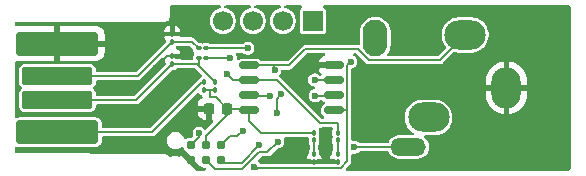
<source format=gbr>
%TF.GenerationSoftware,KiCad,Pcbnew,9.0.6*%
%TF.CreationDate,2025-12-12T23:19:34-08:00*%
%TF.ProjectId,iambic-controller-board,69616d62-6963-42d6-936f-6e74726f6c6c,1.0*%
%TF.SameCoordinates,Original*%
%TF.FileFunction,Copper,L1,Top*%
%TF.FilePolarity,Positive*%
%FSLAX46Y46*%
G04 Gerber Fmt 4.6, Leading zero omitted, Abs format (unit mm)*
G04 Created by KiCad (PCBNEW 9.0.6) date 2025-12-12 23:19:34*
%MOMM*%
%LPD*%
G01*
G04 APERTURE LIST*
G04 Aperture macros list*
%AMRoundRect*
0 Rectangle with rounded corners*
0 $1 Rounding radius*
0 $2 $3 $4 $5 $6 $7 $8 $9 X,Y pos of 4 corners*
0 Add a 4 corners polygon primitive as box body*
4,1,4,$2,$3,$4,$5,$6,$7,$8,$9,$2,$3,0*
0 Add four circle primitives for the rounded corners*
1,1,$1+$1,$2,$3*
1,1,$1+$1,$4,$5*
1,1,$1+$1,$6,$7*
1,1,$1+$1,$8,$9*
0 Add four rect primitives between the rounded corners*
20,1,$1+$1,$2,$3,$4,$5,0*
20,1,$1+$1,$4,$5,$6,$7,0*
20,1,$1+$1,$6,$7,$8,$9,0*
20,1,$1+$1,$8,$9,$2,$3,0*%
G04 Aperture macros list end*
%TA.AperFunction,ComponentPad*%
%ADD10O,3.000000X1.500000*%
%TD*%
%TA.AperFunction,ComponentPad*%
%ADD11O,3.500000X2.500000*%
%TD*%
%TA.AperFunction,ComponentPad*%
%ADD12O,2.500000X3.500000*%
%TD*%
%TA.AperFunction,ComponentPad*%
%ADD13O,2.100000X3.100000*%
%TD*%
%TA.AperFunction,SMDPad,CuDef*%
%ADD14RoundRect,0.225000X-0.225000X-0.250000X0.225000X-0.250000X0.225000X0.250000X-0.225000X0.250000X0*%
%TD*%
%TA.AperFunction,SMDPad,CuDef*%
%ADD15RoundRect,0.162500X0.650000X0.162500X-0.650000X0.162500X-0.650000X-0.162500X0.650000X-0.162500X0*%
%TD*%
%TA.AperFunction,SMDPad,CuDef*%
%ADD16RoundRect,0.100000X0.100000X-0.130000X0.100000X0.130000X-0.100000X0.130000X-0.100000X-0.130000X0*%
%TD*%
%TA.AperFunction,SMDPad,CuDef*%
%ADD17RoundRect,0.100000X-0.100000X0.130000X-0.100000X-0.130000X0.100000X-0.130000X0.100000X0.130000X0*%
%TD*%
%TA.AperFunction,SMDPad,CuDef*%
%ADD18RoundRect,0.100000X-0.130000X-0.100000X0.130000X-0.100000X0.130000X0.100000X-0.130000X0.100000X0*%
%TD*%
%TA.AperFunction,ComponentPad*%
%ADD19R,1.700000X1.700000*%
%TD*%
%TA.AperFunction,ComponentPad*%
%ADD20C,1.700000*%
%TD*%
%TA.AperFunction,ConnectorPad*%
%ADD21C,0.787400*%
%TD*%
%TA.AperFunction,SMDPad,CuDef*%
%ADD22RoundRect,0.300000X-3.200000X-0.700000X3.200000X-0.700000X3.200000X0.700000X-3.200000X0.700000X0*%
%TD*%
%TA.AperFunction,SMDPad,CuDef*%
%ADD23RoundRect,0.225000X-2.775000X-0.525000X2.775000X-0.525000X2.775000X0.525000X-2.775000X0.525000X0*%
%TD*%
%TA.AperFunction,ViaPad*%
%ADD24C,0.600000*%
%TD*%
%TA.AperFunction,Conductor*%
%ADD25C,0.200000*%
%TD*%
G04 APERTURE END LIST*
D10*
%TO.P,J2,R*%
%TO.N,/AUDIO_RING*%
X165700000Y-105000000D03*
D11*
%TO.P,J2,RN*%
%TO.N,N/C*%
X167400000Y-102500000D03*
D12*
%TO.P,J2,S*%
%TO.N,GND*%
X174000000Y-100000000D03*
D11*
%TO.P,J2,T*%
%TO.N,/AUDIO_TIP*%
X170500000Y-95500000D03*
D13*
%TO.P,J2,TN*%
%TO.N,N/C*%
X162900000Y-95800000D03*
%TD*%
D14*
%TO.P,C5,2*%
%TO.N,VCC5V*%
X150350000Y-101750000D03*
%TO.P,C5,1*%
%TO.N,GND*%
X148800000Y-101750000D03*
%TD*%
D15*
%TO.P,U2,8,VCC*%
%TO.N,VCC5V*%
X152225000Y-101905000D03*
%TO.P,U2,7,PB2*%
%TO.N,/AUDIO_RING*%
X152225000Y-100635000D03*
%TO.P,U2,6,PB1*%
%TO.N,/MISO*%
X152225000Y-99365000D03*
%TO.P,U2,5,AREF/PB0*%
%TO.N,/AUDIO_TIP*%
X152225000Y-98095000D03*
%TO.P,U2,4,GND*%
%TO.N,GND*%
X159400000Y-98095000D03*
%TO.P,U2,3,XTAL2/PB4*%
%TO.N,/USB_DP*%
X159400000Y-99365000D03*
%TO.P,U2,2,XTAL1/PB3*%
%TO.N,/USB_DN*%
X159400000Y-100635000D03*
%TO.P,U2,1,~{RESET}/PB5*%
%TO.N,/RESET*%
X159400000Y-101905000D03*
%TD*%
D16*
%TO.P,D4,1,K*%
%TO.N,Net-(D4-K)*%
X157700000Y-104445000D03*
%TO.P,D4,2,A*%
%TO.N,VCC5V*%
X157700000Y-103805000D03*
%TD*%
D17*
%TO.P,R4,2*%
%TO.N,GND*%
X157700000Y-106245000D03*
%TO.P,R4,1*%
%TO.N,Net-(D4-K)*%
X157700000Y-105605000D03*
%TD*%
D18*
%TO.P,R3,1*%
%TO.N,Net-(D2-K)*%
X147930000Y-96650000D03*
%TO.P,R3,2*%
%TO.N,/USB_DP*%
X148570000Y-96650000D03*
%TD*%
D16*
%TO.P,D3,1,K*%
%TO.N,Net-(D3-K)*%
X145700000Y-97970000D03*
%TO.P,D3,2,A*%
%TO.N,GND*%
X145700000Y-97330000D03*
%TD*%
%TO.P,D5,1,K*%
%TO.N,Net-(D5-K)*%
X159700000Y-104445000D03*
%TO.P,D5,2,A*%
%TO.N,/MISO*%
X159700000Y-103805000D03*
%TD*%
D17*
%TO.P,R5,1*%
%TO.N,Net-(D5-K)*%
X159700000Y-105605000D03*
%TO.P,R5,2*%
%TO.N,GND*%
X159700000Y-106245000D03*
%TD*%
D18*
%TO.P,R2,1*%
%TO.N,Net-(D3-K)*%
X147930000Y-97475000D03*
%TO.P,R2,2*%
%TO.N,/USB_DN*%
X148570000Y-97475000D03*
%TD*%
D16*
%TO.P,R1,1*%
%TO.N,VCC5V*%
X149350000Y-100175000D03*
%TO.P,R1,2*%
%TO.N,Net-(D3-K)*%
X149350000Y-99535000D03*
%TD*%
D19*
%TO.P,J1,1,Pin_1*%
%TO.N,/RESET*%
X157600000Y-94325000D03*
D20*
%TO.P,J1,2,Pin_2*%
%TO.N,/USB_DP*%
X155060000Y-94325000D03*
%TO.P,J1,3,Pin_3*%
%TO.N,/USB_DN*%
X152520000Y-94325000D03*
%TO.P,J1,4,Pin_4*%
%TO.N,/MISO*%
X149980000Y-94325000D03*
%TD*%
D16*
%TO.P,D2,1,K*%
%TO.N,Net-(D2-K)*%
X145700000Y-96070000D03*
%TO.P,D2,2,A*%
%TO.N,GND*%
X145700000Y-95430000D03*
%TD*%
%TO.P,D1,1,K*%
%TO.N,VCC5V*%
X148400000Y-100165000D03*
%TO.P,D1,2,A*%
%TO.N,Net-(D1-A)*%
X148400000Y-99525000D03*
%TD*%
D21*
%TO.P,J3,6,Pin_6*%
%TO.N,GND*%
X147255000Y-106110000D03*
%TO.P,J3,5,Pin_5*%
%TO.N,/RESET*%
X147255000Y-104840000D03*
%TO.P,J3,4,Pin_4*%
%TO.N,/AUDIO_TIP*%
X148525000Y-106110000D03*
%TO.P,J3,3,Pin_3*%
%TO.N,VCC5V*%
X148525000Y-104840000D03*
%TO.P,J3,2,Pin_2*%
%TO.N,/AUDIO_RING*%
X149795000Y-106110000D03*
%TO.P,J3,1,Pin_1*%
%TO.N,/MISO*%
X149795000Y-104840000D03*
%TD*%
D22*
%TO.P,U1,4,GND*%
%TO.N,GND*%
X135975000Y-96250000D03*
D23*
%TO.P,U1,3,D+*%
%TO.N,Net-(D2-K)*%
X135975000Y-99000000D03*
%TO.P,U1,2,D-*%
%TO.N,Net-(D3-K)*%
X135975000Y-101000000D03*
D22*
%TO.P,U1,1,VBUS*%
%TO.N,Net-(D1-A)*%
X135975000Y-103750000D03*
%TD*%
D24*
%TO.N,GND*%
X146450000Y-102375000D03*
%TO.N,/AUDIO_TIP*%
X154552378Y-102097622D03*
X154927378Y-100522622D03*
X154375000Y-98500000D03*
X154650000Y-104550000D03*
%TO.N,GND*%
X156975000Y-106183500D03*
%TO.N,/AUDIO_RING*%
X153025000Y-104870000D03*
%TO.N,GND*%
X158000000Y-98100000D03*
%TO.N,/AUDIO_RING*%
X161105000Y-105025000D03*
%TO.N,/RESET*%
X160825000Y-97775000D03*
%TO.N,GND*%
X144300000Y-98350000D03*
X144300000Y-96275000D03*
%TO.N,/RESET*%
X152650000Y-106700000D03*
X147975000Y-103850000D03*
%TO.N,/AUDIO_RING*%
X153950000Y-100675000D03*
%TO.N,/MISO*%
X151650000Y-103675000D03*
X150325000Y-98850000D03*
%TO.N,/USB_DN*%
X157825000Y-100650000D03*
X150600000Y-97425000D03*
%TO.N,/USB_DP*%
X157750000Y-99325000D03*
X152100000Y-96650000D03*
%TD*%
D25*
%TO.N,/AUDIO_TIP*%
X156975000Y-96700000D02*
X161417682Y-96700000D01*
X161417682Y-96700000D02*
X162348682Y-97631000D01*
X162348682Y-97631000D02*
X168369000Y-97631000D01*
X168369000Y-97631000D02*
X170500000Y-95500000D01*
%TO.N,VCC5V*%
X148525000Y-104840000D02*
X148530000Y-104835000D01*
X148530000Y-104835000D02*
X148530000Y-104070000D01*
X148530000Y-104070000D02*
X150350000Y-102250000D01*
X150350000Y-102250000D02*
X150350000Y-101750000D01*
X152225000Y-102825000D02*
X153205000Y-103805000D01*
X153205000Y-103805000D02*
X153345000Y-103805000D01*
%TO.N,GND*%
X144300000Y-98350000D02*
X144850000Y-97800000D01*
X144850000Y-97775000D02*
X145295000Y-97330000D01*
X144850000Y-97800000D02*
X144850000Y-97775000D01*
X145295000Y-97330000D02*
X145700000Y-97330000D01*
X145138700Y-103686300D02*
X146450000Y-102375000D01*
%TO.N,VCC5V*%
X152225000Y-101905000D02*
X152225000Y-102825000D01*
%TO.N,GND*%
X145700000Y-95430000D02*
X145145000Y-95430000D01*
X145145000Y-95430000D02*
X144300000Y-96275000D01*
X144300000Y-96275000D02*
X139950000Y-96275000D01*
X139925000Y-96250000D02*
X135975000Y-96250000D01*
X144300000Y-96275000D02*
X144300000Y-96185000D01*
X139950000Y-96275000D02*
X139925000Y-96250000D01*
%TO.N,/AUDIO_TIP*%
X148525000Y-106110000D02*
X149314000Y-106899000D01*
X154552378Y-102097622D02*
X154552378Y-100897622D01*
X154350000Y-98095000D02*
X152225000Y-98095000D01*
X154375000Y-98500000D02*
X154350000Y-98475000D01*
X154552378Y-100897622D02*
X154927378Y-100522622D01*
X151629341Y-106899000D02*
X153077341Y-105451000D01*
X153077341Y-105451000D02*
X153749000Y-105451000D01*
X153749000Y-105451000D02*
X154650000Y-104550000D01*
X149314000Y-106899000D02*
X151629341Y-106899000D01*
X154350000Y-98475000D02*
X154350000Y-98095000D01*
%TO.N,/AUDIO_RING*%
X153025000Y-104870000D02*
X151573700Y-106321300D01*
X151573700Y-106321300D02*
X150006300Y-106321300D01*
X150006300Y-106321300D02*
X149795000Y-106110000D01*
%TO.N,GND*%
X157044000Y-106252500D02*
X156975000Y-106183500D01*
%TO.N,/MISO*%
X151650000Y-103675000D02*
X151225000Y-104100000D01*
X151225000Y-104100000D02*
X150600000Y-104100000D01*
X150600000Y-104100000D02*
X149860000Y-104840000D01*
X149860000Y-104840000D02*
X149795000Y-104840000D01*
%TO.N,GND*%
X159400000Y-98095000D02*
X158005000Y-98095000D01*
X158005000Y-98095000D02*
X158000000Y-98100000D01*
%TO.N,/AUDIO_RING*%
X161130000Y-105000000D02*
X161105000Y-105025000D01*
X165700000Y-105000000D02*
X161130000Y-105000000D01*
%TO.N,/RESET*%
X160525000Y-98075000D02*
X160525000Y-101900000D01*
X159400000Y-101905000D02*
X160520000Y-101905000D01*
X160520000Y-101905000D02*
X160525000Y-101900000D01*
X160525000Y-106191586D02*
X159953086Y-106763500D01*
X159953086Y-106763500D02*
X152713500Y-106763500D01*
X160825000Y-97775000D02*
X160525000Y-98075000D01*
X160525000Y-101900000D02*
X160525000Y-106191586D01*
X152713500Y-106763500D02*
X152650000Y-106700000D01*
%TO.N,GND*%
X148800000Y-101750000D02*
X147075000Y-101750000D01*
X147075000Y-101750000D02*
X146450000Y-102375000D01*
X147255000Y-106110000D02*
X146450300Y-105305300D01*
X146450300Y-105305300D02*
X145634451Y-105305300D01*
X145138700Y-104809549D02*
X145138700Y-103686300D01*
X145634451Y-105305300D02*
X145138700Y-104809549D01*
%TO.N,/RESET*%
X152849000Y-106899000D02*
X152650000Y-106700000D01*
X147975000Y-103850000D02*
X147975000Y-104120000D01*
X147975000Y-104120000D02*
X147255000Y-104840000D01*
%TO.N,GND*%
X157707500Y-106237500D02*
X157700000Y-106245000D01*
%TO.N,Net-(D4-K)*%
X157700000Y-104445000D02*
X157700000Y-105605000D01*
%TO.N,Net-(D5-K)*%
X159700000Y-104445000D02*
X159700000Y-105605000D01*
%TO.N,/AUDIO_RING*%
X153950000Y-100675000D02*
X152265000Y-100675000D01*
X152265000Y-100675000D02*
X152225000Y-100635000D01*
%TO.N,/AUDIO_TIP*%
X156975000Y-96700000D02*
X155580000Y-98095000D01*
X155580000Y-98095000D02*
X154350000Y-98095000D01*
%TO.N,/MISO*%
X158250000Y-102975000D02*
X159700000Y-102975000D01*
X158225000Y-103000000D02*
X158250000Y-102975000D01*
X152225000Y-99365000D02*
X154590000Y-99365000D01*
X154590000Y-99365000D02*
X158225000Y-103000000D01*
X159700000Y-102975000D02*
X159700000Y-103805000D01*
X150325000Y-98850000D02*
X150840000Y-99365000D01*
X150840000Y-99365000D02*
X152225000Y-99365000D01*
%TO.N,/USB_DN*%
X148570000Y-97475000D02*
X150550000Y-97475000D01*
X157825000Y-100650000D02*
X159385000Y-100650000D01*
X150550000Y-97475000D02*
X150600000Y-97425000D01*
X159385000Y-100650000D02*
X159400000Y-100635000D01*
%TO.N,/USB_DP*%
X148570000Y-96650000D02*
X152100000Y-96650000D01*
X157750000Y-99325000D02*
X159360000Y-99325000D01*
X159360000Y-99325000D02*
X159400000Y-99365000D01*
%TO.N,Net-(D2-K)*%
X145700000Y-96070000D02*
X147350000Y-96070000D01*
X147350000Y-96070000D02*
X147930000Y-96650000D01*
%TO.N,Net-(D3-K)*%
X149350000Y-99535000D02*
X147930000Y-98115000D01*
X147930000Y-98115000D02*
X147930000Y-97475000D01*
%TO.N,Net-(D2-K)*%
X135975000Y-99000000D02*
X142770000Y-99000000D01*
X142770000Y-99000000D02*
X145700000Y-96070000D01*
%TO.N,Net-(D3-K)*%
X135975000Y-101000000D02*
X142670000Y-101000000D01*
X142670000Y-101000000D02*
X145700000Y-97970000D01*
%TO.N,VCC5V*%
X150350000Y-101750000D02*
X152070000Y-101750000D01*
X152070000Y-101750000D02*
X152225000Y-101905000D01*
X148875000Y-100165000D02*
X148875000Y-100800000D01*
X148400000Y-100165000D02*
X148875000Y-100165000D01*
X148875000Y-100800000D02*
X149400000Y-100800000D01*
X149400000Y-100800000D02*
X150350000Y-101750000D01*
X148875000Y-100165000D02*
X149340000Y-100165000D01*
X149340000Y-100165000D02*
X149350000Y-100175000D01*
%TO.N,Net-(D1-A)*%
X135975000Y-103750000D02*
X143975001Y-103750000D01*
X143975001Y-103750000D02*
X148200001Y-99525000D01*
X148200001Y-99525000D02*
X148400000Y-99525000D01*
%TO.N,Net-(D3-K)*%
X147785000Y-97970000D02*
X145700000Y-97970000D01*
X147930000Y-98115000D02*
X147785000Y-97970000D01*
%TO.N,VCC5V*%
X153345000Y-103805000D02*
X157700000Y-103805000D01*
X153337500Y-103812500D02*
X153345000Y-103805000D01*
%TO.N,GND*%
X157700000Y-106245000D02*
X159700000Y-106245000D01*
X157036500Y-106245000D02*
X156975000Y-106183500D01*
X157700000Y-106245000D02*
X157036500Y-106245000D01*
%TD*%
%TA.AperFunction,Conductor*%
%TO.N,GND*%
G36*
X147923264Y-100399931D02*
G01*
X147979197Y-100441803D01*
X147991328Y-100461648D01*
X148010802Y-100501483D01*
X148010803Y-100501485D01*
X148093514Y-100584196D01*
X148093515Y-100584196D01*
X148093517Y-100584198D01*
X148198607Y-100635573D01*
X148198608Y-100635573D01*
X148202041Y-100636634D01*
X148205593Y-100638988D01*
X148207258Y-100639802D01*
X148207151Y-100640020D01*
X148260282Y-100675231D01*
X148288411Y-100739188D01*
X148277496Y-100808200D01*
X148231003Y-100860356D01*
X148230535Y-100860646D01*
X148122268Y-100927426D01*
X148002427Y-101047267D01*
X148002424Y-101047271D01*
X147913457Y-101191507D01*
X147913452Y-101191518D01*
X147860144Y-101352393D01*
X147850000Y-101451677D01*
X147850000Y-101500000D01*
X148676000Y-101500000D01*
X148743039Y-101519685D01*
X148788794Y-101572489D01*
X148800000Y-101624000D01*
X148800000Y-101750000D01*
X148926000Y-101750000D01*
X148993039Y-101769685D01*
X149038794Y-101822489D01*
X149050000Y-101874000D01*
X149050000Y-102724999D01*
X149073305Y-102724999D01*
X149073835Y-102724972D01*
X149073948Y-102724999D01*
X149076470Y-102724999D01*
X149076470Y-102725602D01*
X149141789Y-102741222D01*
X149190171Y-102791630D01*
X149203619Y-102860194D01*
X149177864Y-102925143D01*
X149167823Y-102936493D01*
X148591601Y-103512715D01*
X148530278Y-103546200D01*
X148460586Y-103541216D01*
X148416239Y-103512715D01*
X148313017Y-103409493D01*
X148313011Y-103409488D01*
X148187488Y-103337017D01*
X148187489Y-103337017D01*
X148150146Y-103327011D01*
X148047475Y-103299500D01*
X147902525Y-103299500D01*
X147799854Y-103327011D01*
X147762511Y-103337017D01*
X147636988Y-103409488D01*
X147636982Y-103409493D01*
X147534493Y-103511982D01*
X147534488Y-103511988D01*
X147462017Y-103637511D01*
X147462016Y-103637515D01*
X147424500Y-103777525D01*
X147424500Y-103922475D01*
X147455025Y-104036393D01*
X147456227Y-104040879D01*
X147454564Y-104110729D01*
X147415402Y-104168592D01*
X147351173Y-104196096D01*
X147324301Y-104196376D01*
X147318451Y-104195800D01*
X147318448Y-104195800D01*
X147191552Y-104195800D01*
X147191547Y-104195800D01*
X147067101Y-104220554D01*
X147067089Y-104220557D01*
X146949860Y-104269115D01*
X146889880Y-104309192D01*
X146823202Y-104330069D01*
X146755822Y-104311584D01*
X146709133Y-104259605D01*
X146702327Y-104242077D01*
X146702141Y-104241465D01*
X146702140Y-104241458D01*
X146654685Y-104126892D01*
X146645921Y-104105733D01*
X146645916Y-104105724D01*
X146564301Y-103983580D01*
X146564298Y-103983576D01*
X146460423Y-103879701D01*
X146460419Y-103879698D01*
X146338275Y-103798083D01*
X146338266Y-103798078D01*
X146227611Y-103752244D01*
X146202542Y-103741860D01*
X146202538Y-103741859D01*
X146202534Y-103741858D01*
X146058459Y-103713200D01*
X146058455Y-103713200D01*
X145911545Y-103713200D01*
X145911540Y-103713200D01*
X145767465Y-103741858D01*
X145767455Y-103741861D01*
X145631733Y-103798078D01*
X145631724Y-103798083D01*
X145509580Y-103879698D01*
X145509576Y-103879701D01*
X145405701Y-103983576D01*
X145405698Y-103983580D01*
X145324083Y-104105724D01*
X145324078Y-104105733D01*
X145267861Y-104241455D01*
X145267858Y-104241465D01*
X145239200Y-104385540D01*
X145239200Y-104532459D01*
X145267858Y-104676534D01*
X145267861Y-104676544D01*
X145324078Y-104812266D01*
X145324083Y-104812275D01*
X145405698Y-104934419D01*
X145405701Y-104934423D01*
X145509576Y-105038298D01*
X145509580Y-105038301D01*
X145631724Y-105119916D01*
X145631730Y-105119919D01*
X145631731Y-105119920D01*
X145767458Y-105176140D01*
X145911540Y-105204799D01*
X145911544Y-105204800D01*
X145911545Y-105204800D01*
X146058456Y-105204800D01*
X146058457Y-105204799D01*
X146202542Y-105176140D01*
X146338269Y-105119920D01*
X146460420Y-105038301D01*
X146460423Y-105038298D01*
X146465091Y-105034468D01*
X146529400Y-105007152D01*
X146598268Y-105018941D01*
X146649829Y-105066091D01*
X146658320Y-105082865D01*
X146684117Y-105145144D01*
X146754613Y-105250649D01*
X146754619Y-105250657D01*
X146781627Y-105277665D01*
X146788133Y-105289580D01*
X147218681Y-105720127D01*
X147252166Y-105781450D01*
X147255000Y-105807808D01*
X147255000Y-106110000D01*
X147557192Y-106110000D01*
X147624231Y-106129685D01*
X147644873Y-106146319D01*
X148067465Y-106568912D01*
X148087333Y-106583371D01*
X148114342Y-106610380D01*
X148114350Y-106610386D01*
X148219855Y-106680882D01*
X148219858Y-106680884D01*
X148337089Y-106729442D01*
X148337094Y-106729444D01*
X148393580Y-106740679D01*
X148459956Y-106753883D01*
X148521867Y-106786268D01*
X148556441Y-106846983D01*
X148552702Y-106916753D01*
X148511836Y-106973425D01*
X148446818Y-106999006D01*
X148435765Y-106999500D01*
X147813993Y-106999500D01*
X147746954Y-106979815D01*
X147701199Y-106927011D01*
X147697747Y-106906301D01*
X146469064Y-105677618D01*
X146463013Y-105686675D01*
X146441496Y-105738622D01*
X146397654Y-105793025D01*
X146331360Y-105815089D01*
X146279483Y-105805729D01*
X146202548Y-105773862D01*
X146202544Y-105773860D01*
X146202542Y-105773860D01*
X146202538Y-105773859D01*
X146202534Y-105773858D01*
X146058459Y-105745200D01*
X146058455Y-105745200D01*
X145911545Y-105745200D01*
X145911540Y-105745200D01*
X145767465Y-105773858D01*
X145767455Y-105773861D01*
X145631733Y-105830078D01*
X145631719Y-105830086D01*
X145590789Y-105857435D01*
X145578804Y-105861187D01*
X145568999Y-105869040D01*
X145546089Y-105871431D01*
X145524112Y-105878313D01*
X145511999Y-105874989D01*
X145499507Y-105876294D01*
X145478943Y-105865921D01*
X145456732Y-105859828D01*
X145446842Y-105849728D01*
X145437124Y-105844827D01*
X145416948Y-105819203D01*
X145415063Y-105817278D01*
X145414553Y-105816413D01*
X145402834Y-105795752D01*
X145401705Y-105794606D01*
X145400774Y-105793025D01*
X145400572Y-105792758D01*
X145355608Y-105747794D01*
X145354941Y-105747122D01*
X145310364Y-105701859D01*
X145308517Y-105700419D01*
X145308516Y-105700418D01*
X145307411Y-105699556D01*
X145252342Y-105667762D01*
X145251525Y-105667286D01*
X145201312Y-105637782D01*
X145196741Y-105635096D01*
X145196740Y-105635095D01*
X145196739Y-105635095D01*
X145194546Y-105634167D01*
X145194545Y-105634166D01*
X145193290Y-105633635D01*
X145131821Y-105617163D01*
X145131821Y-105617164D01*
X145131284Y-105617020D01*
X145069711Y-105600018D01*
X145067773Y-105600003D01*
X145065896Y-105599500D01*
X145065892Y-105599500D01*
X145002276Y-105599500D01*
X145001329Y-105599496D01*
X132523553Y-105504245D01*
X132456666Y-105484050D01*
X132411316Y-105430898D01*
X132400500Y-105380249D01*
X132400500Y-105076268D01*
X132420185Y-105009229D01*
X132472989Y-104963474D01*
X132542147Y-104953530D01*
X132569986Y-104960912D01*
X132643436Y-104989877D01*
X132731898Y-105000500D01*
X132731903Y-105000500D01*
X139218097Y-105000500D01*
X139218102Y-105000500D01*
X139306564Y-104989877D01*
X139447342Y-104934361D01*
X139567922Y-104842922D01*
X139659361Y-104722342D01*
X139714877Y-104581564D01*
X139725500Y-104493102D01*
X139725500Y-104224500D01*
X139745185Y-104157461D01*
X139797989Y-104111706D01*
X139849500Y-104100500D01*
X144021143Y-104100500D01*
X144021145Y-104100500D01*
X144110289Y-104076614D01*
X144190213Y-104030470D01*
X146172360Y-102048322D01*
X147850001Y-102048322D01*
X147860144Y-102147607D01*
X147913452Y-102308481D01*
X147913457Y-102308492D01*
X148002424Y-102452728D01*
X148002427Y-102452732D01*
X148122267Y-102572572D01*
X148122271Y-102572575D01*
X148266507Y-102661542D01*
X148266518Y-102661547D01*
X148427393Y-102714855D01*
X148526683Y-102724999D01*
X148550000Y-102724998D01*
X148550000Y-102000000D01*
X147850001Y-102000000D01*
X147850001Y-102048322D01*
X146172360Y-102048322D01*
X147792251Y-100428430D01*
X147853572Y-100394947D01*
X147923264Y-100399931D01*
G37*
%TD.AperFunction*%
%TA.AperFunction,Conductor*%
G36*
X149799141Y-93020185D02*
G01*
X149844896Y-93072989D01*
X149854840Y-93142147D01*
X149825815Y-93205703D01*
X149767037Y-93243477D01*
X149751499Y-93246973D01*
X149722303Y-93251596D01*
X149722302Y-93251597D01*
X149557552Y-93305128D01*
X149403211Y-93383768D01*
X149334613Y-93433608D01*
X149263072Y-93485586D01*
X149263070Y-93485588D01*
X149263069Y-93485588D01*
X149140588Y-93608069D01*
X149140588Y-93608070D01*
X149140586Y-93608072D01*
X149096859Y-93668256D01*
X149038768Y-93748211D01*
X148960128Y-93902552D01*
X148906597Y-94067302D01*
X148887526Y-94187713D01*
X148879500Y-94238389D01*
X148879500Y-94411611D01*
X148886762Y-94457461D01*
X148897061Y-94522490D01*
X148906598Y-94582701D01*
X148960127Y-94747445D01*
X149038768Y-94901788D01*
X149140586Y-95041928D01*
X149263072Y-95164414D01*
X149403212Y-95266232D01*
X149557555Y-95344873D01*
X149722299Y-95398402D01*
X149893389Y-95425500D01*
X149893390Y-95425500D01*
X150066610Y-95425500D01*
X150066611Y-95425500D01*
X150237701Y-95398402D01*
X150402445Y-95344873D01*
X150556788Y-95266232D01*
X150696928Y-95164414D01*
X150819414Y-95041928D01*
X150921232Y-94901788D01*
X150999873Y-94747445D01*
X151053402Y-94582701D01*
X151080500Y-94411611D01*
X151080500Y-94238389D01*
X151053402Y-94067299D01*
X150999873Y-93902555D01*
X150921232Y-93748212D01*
X150819414Y-93608072D01*
X150696928Y-93485586D01*
X150556788Y-93383768D01*
X150402445Y-93305127D01*
X150237701Y-93251598D01*
X150237699Y-93251597D01*
X150237697Y-93251597D01*
X150237696Y-93251596D01*
X150208501Y-93246973D01*
X150145366Y-93217044D01*
X150108434Y-93157733D01*
X150109432Y-93087870D01*
X150148041Y-93029637D01*
X150212005Y-93001523D01*
X150227898Y-93000500D01*
X152272102Y-93000500D01*
X152339141Y-93020185D01*
X152384896Y-93072989D01*
X152394840Y-93142147D01*
X152365815Y-93205703D01*
X152307037Y-93243477D01*
X152291499Y-93246973D01*
X152262303Y-93251596D01*
X152262302Y-93251597D01*
X152097552Y-93305128D01*
X151943211Y-93383768D01*
X151874613Y-93433608D01*
X151803072Y-93485586D01*
X151803070Y-93485588D01*
X151803069Y-93485588D01*
X151680588Y-93608069D01*
X151680588Y-93608070D01*
X151680586Y-93608072D01*
X151636859Y-93668256D01*
X151578768Y-93748211D01*
X151500128Y-93902552D01*
X151446597Y-94067302D01*
X151427526Y-94187713D01*
X151419500Y-94238389D01*
X151419500Y-94411611D01*
X151426762Y-94457461D01*
X151437061Y-94522490D01*
X151446598Y-94582701D01*
X151500127Y-94747445D01*
X151578768Y-94901788D01*
X151680586Y-95041928D01*
X151803072Y-95164414D01*
X151943212Y-95266232D01*
X152097555Y-95344873D01*
X152262299Y-95398402D01*
X152433389Y-95425500D01*
X152433390Y-95425500D01*
X152606610Y-95425500D01*
X152606611Y-95425500D01*
X152777701Y-95398402D01*
X152942445Y-95344873D01*
X153096788Y-95266232D01*
X153236928Y-95164414D01*
X153359414Y-95041928D01*
X153461232Y-94901788D01*
X153539873Y-94747445D01*
X153593402Y-94582701D01*
X153620500Y-94411611D01*
X153620500Y-94238389D01*
X153593402Y-94067299D01*
X153539873Y-93902555D01*
X153461232Y-93748212D01*
X153359414Y-93608072D01*
X153236928Y-93485586D01*
X153096788Y-93383768D01*
X152942445Y-93305127D01*
X152777701Y-93251598D01*
X152777699Y-93251597D01*
X152777697Y-93251597D01*
X152777696Y-93251596D01*
X152748501Y-93246973D01*
X152685366Y-93217044D01*
X152648434Y-93157733D01*
X152649432Y-93087870D01*
X152688041Y-93029637D01*
X152752005Y-93001523D01*
X152767898Y-93000500D01*
X154812102Y-93000500D01*
X154879141Y-93020185D01*
X154924896Y-93072989D01*
X154934840Y-93142147D01*
X154905815Y-93205703D01*
X154847037Y-93243477D01*
X154831499Y-93246973D01*
X154802303Y-93251596D01*
X154802302Y-93251597D01*
X154637552Y-93305128D01*
X154483211Y-93383768D01*
X154414613Y-93433608D01*
X154343072Y-93485586D01*
X154343070Y-93485588D01*
X154343069Y-93485588D01*
X154220588Y-93608069D01*
X154220588Y-93608070D01*
X154220586Y-93608072D01*
X154176859Y-93668256D01*
X154118768Y-93748211D01*
X154040128Y-93902552D01*
X153986597Y-94067302D01*
X153967526Y-94187713D01*
X153959500Y-94238389D01*
X153959500Y-94411611D01*
X153966762Y-94457461D01*
X153977061Y-94522490D01*
X153986598Y-94582701D01*
X154040127Y-94747445D01*
X154118768Y-94901788D01*
X154220586Y-95041928D01*
X154343072Y-95164414D01*
X154483212Y-95266232D01*
X154637555Y-95344873D01*
X154802299Y-95398402D01*
X154973389Y-95425500D01*
X154973390Y-95425500D01*
X155146610Y-95425500D01*
X155146611Y-95425500D01*
X155317701Y-95398402D01*
X155482445Y-95344873D01*
X155636788Y-95266232D01*
X155776928Y-95164414D01*
X155899414Y-95041928D01*
X156001232Y-94901788D01*
X156079873Y-94747445D01*
X156133402Y-94582701D01*
X156160500Y-94411611D01*
X156160500Y-94238389D01*
X156133402Y-94067299D01*
X156079873Y-93902555D01*
X156001232Y-93748212D01*
X155899414Y-93608072D01*
X155776928Y-93485586D01*
X155636788Y-93383768D01*
X155482445Y-93305127D01*
X155317701Y-93251598D01*
X155317699Y-93251597D01*
X155317697Y-93251597D01*
X155317696Y-93251596D01*
X155288501Y-93246973D01*
X155225366Y-93217044D01*
X155188434Y-93157733D01*
X155189432Y-93087870D01*
X155228041Y-93029637D01*
X155292005Y-93001523D01*
X155307898Y-93000500D01*
X156604741Y-93000500D01*
X156671780Y-93020185D01*
X156717535Y-93072989D01*
X156727479Y-93142147D01*
X156698454Y-93205703D01*
X156662163Y-93231872D01*
X156662415Y-93232249D01*
X156652260Y-93239033D01*
X156652260Y-93239034D01*
X156622863Y-93258676D01*
X156569399Y-93294399D01*
X156514033Y-93377260D01*
X156514032Y-93377264D01*
X156499500Y-93450321D01*
X156499500Y-95199678D01*
X156514032Y-95272735D01*
X156514033Y-95272739D01*
X156514034Y-95272740D01*
X156569399Y-95355601D01*
X156652260Y-95410966D01*
X156652264Y-95410967D01*
X156725321Y-95425499D01*
X156725324Y-95425500D01*
X156725326Y-95425500D01*
X158474676Y-95425500D01*
X158474677Y-95425499D01*
X158547740Y-95410966D01*
X158630601Y-95355601D01*
X158685966Y-95272740D01*
X158700500Y-95199674D01*
X158700500Y-93450326D01*
X158700500Y-93450323D01*
X158700499Y-93450321D01*
X158685967Y-93377264D01*
X158685966Y-93377260D01*
X158630601Y-93294399D01*
X158547740Y-93239034D01*
X158547739Y-93239033D01*
X158537585Y-93232249D01*
X158538203Y-93231322D01*
X158493402Y-93195219D01*
X158471338Y-93128924D01*
X158488618Y-93061225D01*
X158539756Y-93013615D01*
X158595259Y-93000500D01*
X179241324Y-93000500D01*
X179270764Y-93009144D01*
X179300751Y-93015668D01*
X179305766Y-93019422D01*
X179308363Y-93020185D01*
X179329005Y-93036819D01*
X179463181Y-93170995D01*
X179496666Y-93232318D01*
X179499500Y-93258676D01*
X179499500Y-106741324D01*
X179479815Y-106808363D01*
X179463181Y-106829005D01*
X179329005Y-106963181D01*
X179267682Y-106996666D01*
X179241324Y-106999500D01*
X160512130Y-106999500D01*
X160445091Y-106979815D01*
X160399336Y-106927011D01*
X160389392Y-106857853D01*
X160418417Y-106794297D01*
X160424449Y-106787819D01*
X160601888Y-106610380D01*
X160805470Y-106406798D01*
X160851614Y-106326874D01*
X160875500Y-106237729D01*
X160875500Y-106145442D01*
X160875500Y-105695024D01*
X160895185Y-105627985D01*
X160947989Y-105582230D01*
X161017147Y-105572286D01*
X161031581Y-105575247D01*
X161032525Y-105575500D01*
X161032530Y-105575500D01*
X161177472Y-105575500D01*
X161177475Y-105575500D01*
X161317485Y-105537984D01*
X161443015Y-105465509D01*
X161521706Y-105386818D01*
X161583030Y-105353334D01*
X161609387Y-105350500D01*
X163929395Y-105350500D01*
X163996434Y-105370185D01*
X164042189Y-105422989D01*
X164043939Y-105427009D01*
X164059887Y-105465509D01*
X164063367Y-105473912D01*
X164063371Y-105473919D01*
X164172860Y-105637782D01*
X164312214Y-105777136D01*
X164312218Y-105777139D01*
X164476079Y-105886628D01*
X164476092Y-105886635D01*
X164649276Y-105958369D01*
X164658165Y-105962051D01*
X164658169Y-105962051D01*
X164658170Y-105962052D01*
X164851456Y-106000500D01*
X164851459Y-106000500D01*
X166548543Y-106000500D01*
X166697851Y-105970800D01*
X166741835Y-105962051D01*
X166923914Y-105886632D01*
X167087782Y-105777139D01*
X167227139Y-105637782D01*
X167336632Y-105473914D01*
X167340114Y-105465509D01*
X167366608Y-105401545D01*
X167412051Y-105291835D01*
X167435064Y-105176141D01*
X167450500Y-105098543D01*
X167450500Y-104901456D01*
X167412052Y-104708170D01*
X167412051Y-104708169D01*
X167412051Y-104708165D01*
X167412049Y-104708160D01*
X167336635Y-104526092D01*
X167336628Y-104526079D01*
X167227139Y-104362218D01*
X167227136Y-104362214D01*
X167087787Y-104222865D01*
X167084725Y-104220352D01*
X167083552Y-104218630D01*
X167083475Y-104218553D01*
X167083489Y-104218538D01*
X167045392Y-104162605D01*
X167043523Y-104092761D01*
X167079711Y-104032993D01*
X167142468Y-104002278D01*
X167163392Y-104000500D01*
X168018097Y-104000500D01*
X168251368Y-103963553D01*
X168256394Y-103961920D01*
X168475992Y-103890568D01*
X168686433Y-103783343D01*
X168877510Y-103644517D01*
X169044517Y-103477510D01*
X169183343Y-103286433D01*
X169290568Y-103075992D01*
X169363553Y-102851368D01*
X169365399Y-102839712D01*
X169400500Y-102618097D01*
X169400500Y-102381902D01*
X169363553Y-102148631D01*
X169315422Y-102000500D01*
X169290568Y-101924008D01*
X169290566Y-101924005D01*
X169290566Y-101924003D01*
X169234002Y-101812991D01*
X169183343Y-101713567D01*
X169044517Y-101522490D01*
X168877510Y-101355483D01*
X168686433Y-101216657D01*
X168642465Y-101194254D01*
X168475996Y-101109433D01*
X168251368Y-101036446D01*
X168018097Y-100999500D01*
X168018092Y-100999500D01*
X166781908Y-100999500D01*
X166781903Y-100999500D01*
X166548631Y-101036446D01*
X166324003Y-101109433D01*
X166113566Y-101216657D01*
X166025739Y-101280468D01*
X165922490Y-101355483D01*
X165922488Y-101355485D01*
X165922487Y-101355485D01*
X165755485Y-101522487D01*
X165755485Y-101522488D01*
X165755483Y-101522490D01*
X165695862Y-101604550D01*
X165616657Y-101713566D01*
X165509433Y-101924003D01*
X165436446Y-102148631D01*
X165399500Y-102381902D01*
X165399500Y-102618097D01*
X165436446Y-102851368D01*
X165509433Y-103075996D01*
X165590191Y-103234491D01*
X165616657Y-103286433D01*
X165755483Y-103477510D01*
X165922490Y-103644517D01*
X166102335Y-103775183D01*
X166145000Y-103830512D01*
X166150979Y-103900126D01*
X166118373Y-103961920D01*
X166057534Y-103996278D01*
X166029449Y-103999500D01*
X164851457Y-103999500D01*
X164658170Y-104037947D01*
X164658160Y-104037950D01*
X164476092Y-104113364D01*
X164476079Y-104113371D01*
X164312218Y-104222860D01*
X164312214Y-104222863D01*
X164172860Y-104362217D01*
X164063371Y-104526080D01*
X164063367Y-104526087D01*
X164060923Y-104531988D01*
X164043955Y-104572953D01*
X164000116Y-104627355D01*
X163933822Y-104649421D01*
X163929395Y-104649500D01*
X161559386Y-104649500D01*
X161492347Y-104629815D01*
X161471705Y-104613181D01*
X161443017Y-104584493D01*
X161443011Y-104584488D01*
X161317488Y-104512017D01*
X161317489Y-104512017D01*
X161272152Y-104499869D01*
X161177475Y-104474500D01*
X161032525Y-104474500D01*
X161032523Y-104474500D01*
X161031592Y-104474750D01*
X161030775Y-104474730D01*
X161024469Y-104475561D01*
X161024339Y-104474577D01*
X160961742Y-104473087D01*
X160903880Y-104433923D01*
X160876377Y-104369694D01*
X160875500Y-104354975D01*
X160875500Y-99385305D01*
X172250000Y-99385305D01*
X172250000Y-99750000D01*
X173500000Y-99750000D01*
X173500000Y-100250000D01*
X172250000Y-100250000D01*
X172250000Y-100614694D01*
X172250001Y-100614710D01*
X172279942Y-100842137D01*
X172339318Y-101063730D01*
X172427102Y-101275659D01*
X172427106Y-101275668D01*
X172541809Y-101474338D01*
X172681455Y-101656329D01*
X172681461Y-101656336D01*
X172843663Y-101818538D01*
X172843670Y-101818544D01*
X173025661Y-101958190D01*
X173224331Y-102072893D01*
X173224340Y-102072897D01*
X173436269Y-102160681D01*
X173657859Y-102220056D01*
X173657864Y-102220057D01*
X173749999Y-102232186D01*
X173750000Y-102232186D01*
X173750000Y-100933012D01*
X173807007Y-100965925D01*
X173934174Y-101000000D01*
X174065826Y-101000000D01*
X174192993Y-100965925D01*
X174250000Y-100933012D01*
X174250000Y-102232186D01*
X174342135Y-102220057D01*
X174342140Y-102220056D01*
X174563730Y-102160681D01*
X174775659Y-102072897D01*
X174775668Y-102072893D01*
X174974338Y-101958190D01*
X175156329Y-101818544D01*
X175156336Y-101818538D01*
X175318538Y-101656336D01*
X175318544Y-101656329D01*
X175458190Y-101474338D01*
X175572893Y-101275668D01*
X175572897Y-101275659D01*
X175660681Y-101063730D01*
X175720057Y-100842137D01*
X175749998Y-100614710D01*
X175750000Y-100614694D01*
X175750000Y-100250000D01*
X174500000Y-100250000D01*
X174500000Y-99750000D01*
X175750000Y-99750000D01*
X175750000Y-99385305D01*
X175749998Y-99385289D01*
X175720057Y-99157862D01*
X175660681Y-98936269D01*
X175572897Y-98724340D01*
X175572893Y-98724331D01*
X175458190Y-98525661D01*
X175318544Y-98343670D01*
X175318538Y-98343663D01*
X175156336Y-98181461D01*
X175156329Y-98181455D01*
X174974338Y-98041809D01*
X174775668Y-97927106D01*
X174775659Y-97927102D01*
X174563730Y-97839318D01*
X174342137Y-97779942D01*
X174250000Y-97767811D01*
X174250000Y-99066988D01*
X174192993Y-99034075D01*
X174065826Y-99000000D01*
X173934174Y-99000000D01*
X173807007Y-99034075D01*
X173750000Y-99066988D01*
X173750000Y-97767811D01*
X173749999Y-97767811D01*
X173657862Y-97779942D01*
X173436269Y-97839318D01*
X173224340Y-97927102D01*
X173224331Y-97927106D01*
X173025661Y-98041809D01*
X172843670Y-98181455D01*
X172843663Y-98181461D01*
X172681461Y-98343663D01*
X172681455Y-98343670D01*
X172541809Y-98525661D01*
X172427106Y-98724331D01*
X172427102Y-98724340D01*
X172339318Y-98936269D01*
X172279942Y-99157862D01*
X172250001Y-99385289D01*
X172250000Y-99385305D01*
X160875500Y-99385305D01*
X160875500Y-98426536D01*
X160895185Y-98359497D01*
X160947989Y-98313742D01*
X160967396Y-98306764D01*
X161037485Y-98287984D01*
X161163015Y-98215509D01*
X161265509Y-98113015D01*
X161337984Y-97987485D01*
X161375500Y-97847475D01*
X161375500Y-97702525D01*
X161337984Y-97562515D01*
X161331221Y-97550802D01*
X161265511Y-97436988D01*
X161265506Y-97436982D01*
X161163017Y-97334493D01*
X161163015Y-97334491D01*
X161102064Y-97299301D01*
X161071903Y-97281887D01*
X161023687Y-97231320D01*
X161010465Y-97162713D01*
X161036433Y-97097848D01*
X161093347Y-97057320D01*
X161133903Y-97050500D01*
X161221138Y-97050500D01*
X161288177Y-97070185D01*
X161308819Y-97086819D01*
X162133470Y-97911470D01*
X162179394Y-97937984D01*
X162179395Y-97937985D01*
X162213388Y-97957611D01*
X162213389Y-97957611D01*
X162213394Y-97957614D01*
X162302538Y-97981500D01*
X162302540Y-97981500D01*
X168415142Y-97981500D01*
X168415144Y-97981500D01*
X168504288Y-97957614D01*
X168517072Y-97950233D01*
X168538287Y-97937985D01*
X168538288Y-97937984D01*
X168584212Y-97911470D01*
X169506969Y-96988711D01*
X169568290Y-96955228D01*
X169632966Y-96958462D01*
X169648632Y-96963553D01*
X169687511Y-96969710D01*
X169881903Y-97000500D01*
X169881908Y-97000500D01*
X171118097Y-97000500D01*
X171351368Y-96963553D01*
X171373127Y-96956483D01*
X171575992Y-96890568D01*
X171786433Y-96783343D01*
X171977510Y-96644517D01*
X172144517Y-96477510D01*
X172283343Y-96286433D01*
X172390568Y-96075992D01*
X172463553Y-95851368D01*
X172473348Y-95789527D01*
X172500500Y-95618097D01*
X172500500Y-95381902D01*
X172463553Y-95148631D01*
X172390566Y-94924003D01*
X172315032Y-94775761D01*
X172283343Y-94713567D01*
X172144517Y-94522490D01*
X171977510Y-94355483D01*
X171786433Y-94216657D01*
X171768096Y-94207314D01*
X171575996Y-94109433D01*
X171351368Y-94036446D01*
X171118097Y-93999500D01*
X171118092Y-93999500D01*
X169881908Y-93999500D01*
X169881903Y-93999500D01*
X169648631Y-94036446D01*
X169424003Y-94109433D01*
X169213566Y-94216657D01*
X169104550Y-94295862D01*
X169022490Y-94355483D01*
X169022488Y-94355485D01*
X169022487Y-94355485D01*
X168855485Y-94522487D01*
X168855485Y-94522488D01*
X168855483Y-94522490D01*
X168854023Y-94524500D01*
X168716657Y-94713566D01*
X168609433Y-94924003D01*
X168536446Y-95148631D01*
X168499500Y-95381902D01*
X168499500Y-95618097D01*
X168536446Y-95851368D01*
X168609433Y-96075996D01*
X168713285Y-96279815D01*
X168716657Y-96286433D01*
X168855483Y-96477510D01*
X168855490Y-96477517D01*
X168858647Y-96481214D01*
X168857243Y-96482412D01*
X168886949Y-96536814D01*
X168881965Y-96606506D01*
X168853464Y-96650853D01*
X168260137Y-97244181D01*
X168198814Y-97277666D01*
X168172456Y-97280500D01*
X164038496Y-97280500D01*
X163971457Y-97260815D01*
X163925702Y-97208011D01*
X163915758Y-97138853D01*
X163938177Y-97083615D01*
X163963004Y-97049442D01*
X164012287Y-96981610D01*
X164105220Y-96799219D01*
X164168477Y-96604534D01*
X164200500Y-96402352D01*
X164200500Y-95197648D01*
X164168786Y-94997414D01*
X164168477Y-94995465D01*
X164128385Y-94872075D01*
X164105220Y-94800781D01*
X164105218Y-94800778D01*
X164105218Y-94800776D01*
X164071503Y-94734607D01*
X164012287Y-94618390D01*
X163986355Y-94582697D01*
X163891971Y-94452786D01*
X163747213Y-94308028D01*
X163581613Y-94187715D01*
X163581612Y-94187714D01*
X163581610Y-94187713D01*
X163524653Y-94158691D01*
X163399223Y-94094781D01*
X163204534Y-94031522D01*
X163029995Y-94003878D01*
X163002352Y-93999500D01*
X162797648Y-93999500D01*
X162773329Y-94003351D01*
X162595465Y-94031522D01*
X162400776Y-94094781D01*
X162218386Y-94187715D01*
X162052786Y-94308028D01*
X161908028Y-94452786D01*
X161787715Y-94618386D01*
X161694781Y-94800776D01*
X161631522Y-94995465D01*
X161599500Y-95197648D01*
X161599500Y-96225967D01*
X161579815Y-96293006D01*
X161527011Y-96338761D01*
X161471953Y-96347011D01*
X161471953Y-96349500D01*
X156928856Y-96349500D01*
X156839712Y-96373386D01*
X156839709Y-96373387D01*
X156759791Y-96419527D01*
X156759786Y-96419531D01*
X155471137Y-97708181D01*
X155409814Y-97741666D01*
X155383456Y-97744500D01*
X153318450Y-97744500D01*
X153251411Y-97724815D01*
X153218129Y-97693381D01*
X153213287Y-97686716D01*
X153120786Y-97594215D01*
X153120782Y-97594212D01*
X153120781Y-97594211D01*
X153004215Y-97534818D01*
X153004214Y-97534817D01*
X153004211Y-97534816D01*
X153004212Y-97534816D01*
X152907503Y-97519500D01*
X151542492Y-97519500D01*
X151542492Y-97519501D01*
X151445786Y-97534817D01*
X151445785Y-97534817D01*
X151330795Y-97593408D01*
X151262125Y-97606304D01*
X151197385Y-97580028D01*
X151157128Y-97522921D01*
X151150500Y-97482923D01*
X151150500Y-97352527D01*
X151150500Y-97352525D01*
X151112984Y-97212515D01*
X151110384Y-97208011D01*
X151097965Y-97186500D01*
X151081492Y-97118599D01*
X151104345Y-97052573D01*
X151159266Y-97009382D01*
X151205352Y-97000500D01*
X151620614Y-97000500D01*
X151687653Y-97020185D01*
X151708295Y-97036819D01*
X151761985Y-97090509D01*
X151761986Y-97090510D01*
X151761988Y-97090511D01*
X151887511Y-97162982D01*
X151887512Y-97162982D01*
X151887515Y-97162984D01*
X152027525Y-97200500D01*
X152027528Y-97200500D01*
X152172472Y-97200500D01*
X152172475Y-97200500D01*
X152312485Y-97162984D01*
X152438015Y-97090509D01*
X152540509Y-96988015D01*
X152612984Y-96862485D01*
X152650500Y-96722475D01*
X152650500Y-96577525D01*
X152612984Y-96437515D01*
X152603160Y-96420500D01*
X152540511Y-96311988D01*
X152540506Y-96311982D01*
X152438017Y-96209493D01*
X152438011Y-96209488D01*
X152312488Y-96137017D01*
X152312489Y-96137017D01*
X152284446Y-96129503D01*
X152172475Y-96099500D01*
X152027525Y-96099500D01*
X151915554Y-96129503D01*
X151887511Y-96137017D01*
X151761988Y-96209488D01*
X151761982Y-96209493D01*
X151708295Y-96263181D01*
X151646972Y-96296666D01*
X151620614Y-96299500D01*
X148996544Y-96299500D01*
X148929505Y-96279815D01*
X148908863Y-96263181D01*
X148906485Y-96260803D01*
X148801391Y-96209426D01*
X148733261Y-96199500D01*
X148733260Y-96199500D01*
X148406740Y-96199500D01*
X148406739Y-96199500D01*
X148338607Y-96209426D01*
X148338606Y-96209426D01*
X148304459Y-96226120D01*
X148235586Y-96237878D01*
X148228564Y-96236852D01*
X148211290Y-96233820D01*
X148161393Y-96209427D01*
X148093260Y-96199500D01*
X148015746Y-96199500D01*
X148005108Y-96197633D01*
X147983080Y-96186737D01*
X147959505Y-96179815D01*
X147944278Y-96167545D01*
X147942481Y-96166656D01*
X147941831Y-96165573D01*
X147938863Y-96163181D01*
X147565213Y-95789531D01*
X147565208Y-95789527D01*
X147485290Y-95743387D01*
X147485289Y-95743386D01*
X147485288Y-95743386D01*
X147396144Y-95719500D01*
X147396143Y-95719500D01*
X146525573Y-95719500D01*
X146458534Y-95699815D01*
X146433935Y-95671426D01*
X146433006Y-95672241D01*
X146395962Y-95630000D01*
X145992619Y-95630000D01*
X145938160Y-95617401D01*
X145929335Y-95613087D01*
X145901393Y-95599427D01*
X145901391Y-95599426D01*
X145901388Y-95599425D01*
X145833261Y-95589500D01*
X145833260Y-95589500D01*
X145566740Y-95589500D01*
X145566739Y-95589500D01*
X145498611Y-95599425D01*
X145498605Y-95599428D01*
X145461840Y-95617401D01*
X145407381Y-95630000D01*
X145004041Y-95630000D01*
X145004039Y-95630001D01*
X145015442Y-95716627D01*
X145015444Y-95716633D01*
X145075899Y-95862587D01*
X145075901Y-95862589D01*
X145155508Y-95966336D01*
X145180702Y-96031505D01*
X145166663Y-96099950D01*
X145144813Y-96129503D01*
X142661137Y-98613181D01*
X142599814Y-98646666D01*
X142573456Y-98649500D01*
X139349499Y-98649500D01*
X139282460Y-98629815D01*
X139236705Y-98577011D01*
X139225499Y-98525500D01*
X139225499Y-98429518D01*
X139225498Y-98429509D01*
X139225178Y-98426536D01*
X139219412Y-98372886D01*
X139171628Y-98244774D01*
X139089687Y-98135313D01*
X139010264Y-98075858D01*
X138980228Y-98053373D01*
X138980226Y-98053372D01*
X138852114Y-98005588D01*
X138852112Y-98005587D01*
X138852110Y-98005587D01*
X138795493Y-97999500D01*
X133154518Y-97999500D01*
X133154509Y-97999501D01*
X133097885Y-98005587D01*
X132969773Y-98053372D01*
X132860313Y-98135313D01*
X132778373Y-98244771D01*
X132730587Y-98372889D01*
X132724500Y-98429498D01*
X132724500Y-99570481D01*
X132724501Y-99570490D01*
X132730587Y-99627114D01*
X132763979Y-99716638D01*
X132778372Y-99755226D01*
X132860313Y-99864687D01*
X132889535Y-99886562D01*
X132908465Y-99900733D01*
X132950336Y-99956667D01*
X132955320Y-100026359D01*
X132921835Y-100087682D01*
X132908465Y-100099267D01*
X132860313Y-100135313D01*
X132778373Y-100244771D01*
X132778372Y-100244774D01*
X132750177Y-100320368D01*
X132730587Y-100372889D01*
X132724500Y-100429498D01*
X132724500Y-101570481D01*
X132724501Y-101570490D01*
X132730587Y-101627114D01*
X132776423Y-101750000D01*
X132778372Y-101755226D01*
X132860313Y-101864687D01*
X132969774Y-101946628D01*
X133097886Y-101994412D01*
X133154515Y-102000500D01*
X138795484Y-102000499D01*
X138852114Y-101994412D01*
X138980226Y-101946628D01*
X139089687Y-101864687D01*
X139171628Y-101755226D01*
X139219412Y-101627114D01*
X139225285Y-101572489D01*
X139225499Y-101570501D01*
X139225500Y-101570484D01*
X139225500Y-101474500D01*
X139245185Y-101407461D01*
X139297989Y-101361706D01*
X139349500Y-101350500D01*
X142716142Y-101350500D01*
X142716144Y-101350500D01*
X142805288Y-101326614D01*
X142885212Y-101280470D01*
X145678863Y-98486819D01*
X145740186Y-98453334D01*
X145766544Y-98450500D01*
X145833261Y-98450500D01*
X145867577Y-98445500D01*
X145901393Y-98440573D01*
X146006483Y-98389198D01*
X146038861Y-98356820D01*
X146100183Y-98323334D01*
X146126543Y-98320500D01*
X147588456Y-98320500D01*
X147655495Y-98340185D01*
X147676137Y-98356819D01*
X148193433Y-98874115D01*
X148226918Y-98935438D01*
X148221934Y-99005130D01*
X148180062Y-99061063D01*
X148160212Y-99073196D01*
X148093518Y-99105800D01*
X148010800Y-99188518D01*
X147991193Y-99228625D01*
X147967475Y-99261843D01*
X143866138Y-103363181D01*
X143804815Y-103396666D01*
X143778457Y-103399500D01*
X139849500Y-103399500D01*
X139782461Y-103379815D01*
X139736706Y-103327011D01*
X139725500Y-103275500D01*
X139725500Y-103006903D01*
X139725500Y-103006898D01*
X139714877Y-102918436D01*
X139659361Y-102777658D01*
X139659360Y-102777657D01*
X139659360Y-102777656D01*
X139567922Y-102657077D01*
X139447343Y-102565639D01*
X139351192Y-102527722D01*
X139306564Y-102510123D01*
X139306563Y-102510122D01*
X139306561Y-102510122D01*
X139260926Y-102504642D01*
X139218102Y-102499500D01*
X132731898Y-102499500D01*
X132698713Y-102503485D01*
X132643436Y-102510122D01*
X132569989Y-102539086D01*
X132500402Y-102545367D01*
X132438466Y-102513029D01*
X132403845Y-102452340D01*
X132400500Y-102423731D01*
X132400500Y-97841280D01*
X132420185Y-97774241D01*
X132472989Y-97728486D01*
X132542147Y-97718542D01*
X132565457Y-97724239D01*
X132595859Y-97734877D01*
X132730069Y-97749999D01*
X132730070Y-97750000D01*
X135725000Y-97750000D01*
X136225000Y-97750000D01*
X139219930Y-97750000D01*
X139219930Y-97749999D01*
X139354141Y-97734877D01*
X139524301Y-97675336D01*
X139676948Y-97579422D01*
X139804422Y-97451948D01*
X139900336Y-97299301D01*
X139959877Y-97129141D01*
X139974999Y-96994930D01*
X139975000Y-96994930D01*
X139975000Y-96500000D01*
X136225000Y-96500000D01*
X136225000Y-97750000D01*
X135725000Y-97750000D01*
X135725000Y-96000000D01*
X136225000Y-96000000D01*
X139975000Y-96000000D01*
X139975000Y-95505070D01*
X139974999Y-95505069D01*
X139959877Y-95370858D01*
X139938748Y-95310472D01*
X139910589Y-95230000D01*
X145004038Y-95230000D01*
X145500000Y-95230000D01*
X145900000Y-95230000D01*
X146395959Y-95230000D01*
X146395960Y-95229998D01*
X146384557Y-95143372D01*
X146384555Y-95143366D01*
X146324100Y-94997414D01*
X146227924Y-94872075D01*
X146102586Y-94775899D01*
X145956631Y-94715444D01*
X145900000Y-94707987D01*
X145900000Y-95230000D01*
X145500000Y-95230000D01*
X145500000Y-94707987D01*
X145443368Y-94715444D01*
X145297413Y-94775899D01*
X145172075Y-94872075D01*
X145075899Y-94997413D01*
X145015445Y-95143365D01*
X145015444Y-95143369D01*
X145004038Y-95230000D01*
X139910589Y-95230000D01*
X139900335Y-95200696D01*
X139804422Y-95048051D01*
X139676948Y-94920577D01*
X139524301Y-94824663D01*
X139354141Y-94765122D01*
X139219930Y-94750000D01*
X136225000Y-94750000D01*
X136225000Y-96000000D01*
X135725000Y-96000000D01*
X135725000Y-94750000D01*
X132730070Y-94750000D01*
X132595858Y-94765122D01*
X132565454Y-94775761D01*
X132495675Y-94779322D01*
X132435048Y-94744593D01*
X132402821Y-94682600D01*
X132400500Y-94658719D01*
X132400500Y-94524500D01*
X132420185Y-94457461D01*
X132472989Y-94411706D01*
X132524500Y-94400500D01*
X145065890Y-94400500D01*
X145065892Y-94400500D01*
X145193186Y-94366392D01*
X145307314Y-94300500D01*
X145400500Y-94207314D01*
X145466392Y-94093186D01*
X145500500Y-93965892D01*
X145500500Y-93124500D01*
X145520185Y-93057461D01*
X145572989Y-93011706D01*
X145624500Y-93000500D01*
X149732102Y-93000500D01*
X149799141Y-93020185D01*
G37*
%TD.AperFunction*%
%TA.AperFunction,Conductor*%
G36*
X159183698Y-103325977D02*
G01*
X159185335Y-103325543D01*
X159217094Y-103335783D01*
X159249113Y-103345185D01*
X159250221Y-103346464D01*
X159251833Y-103346984D01*
X159273026Y-103372782D01*
X159294868Y-103397989D01*
X159295108Y-103399663D01*
X159296184Y-103400972D01*
X159300062Y-103434116D01*
X159304812Y-103467147D01*
X159304171Y-103469227D01*
X159304305Y-103470369D01*
X159293475Y-103503960D01*
X159259426Y-103573608D01*
X159249500Y-103641739D01*
X159249500Y-103968260D01*
X159259426Y-104036392D01*
X159259426Y-104036393D01*
X159276120Y-104070541D01*
X159287878Y-104139414D01*
X159276120Y-104179459D01*
X159259426Y-104213606D01*
X159259426Y-104213607D01*
X159249500Y-104281739D01*
X159249500Y-104608260D01*
X159259426Y-104676391D01*
X159310801Y-104781482D01*
X159310802Y-104781483D01*
X159313178Y-104783859D01*
X159315391Y-104787911D01*
X159316773Y-104789847D01*
X159316539Y-104790013D01*
X159346665Y-104845179D01*
X159349500Y-104871543D01*
X159349500Y-105178456D01*
X159329815Y-105245495D01*
X159313181Y-105266137D01*
X159310803Y-105268514D01*
X159259426Y-105373608D01*
X159249500Y-105441739D01*
X159249500Y-105566514D01*
X159229815Y-105633553D01*
X159200987Y-105664889D01*
X159172078Y-105687071D01*
X159075899Y-105812413D01*
X159015445Y-105958365D01*
X159015444Y-105958369D01*
X159004038Y-106045000D01*
X159407381Y-106045000D01*
X159436341Y-106048429D01*
X159449594Y-106051612D01*
X159498607Y-106075573D01*
X159566740Y-106085500D01*
X159590684Y-106085500D01*
X159604960Y-106088929D01*
X159623039Y-106099312D01*
X159643039Y-106105185D01*
X159652721Y-106116359D01*
X159665548Y-106123726D01*
X159675143Y-106142235D01*
X159688794Y-106157989D01*
X159692759Y-106176215D01*
X159697705Y-106185756D01*
X159696844Y-106194993D01*
X159700000Y-106209500D01*
X159700000Y-106289000D01*
X159680315Y-106356039D01*
X159627511Y-106401794D01*
X159576000Y-106413000D01*
X153190804Y-106413000D01*
X153123765Y-106393315D01*
X153092429Y-106364488D01*
X153090511Y-106361988D01*
X153090509Y-106361985D01*
X152988015Y-106259491D01*
X152987889Y-106259418D01*
X152986277Y-106258487D01*
X152985108Y-106257261D01*
X152981566Y-106254543D01*
X152981989Y-106253990D01*
X152938063Y-106207919D01*
X152924842Y-106139312D01*
X152950812Y-106074448D01*
X152960580Y-106063440D01*
X153186204Y-105837816D01*
X153247526Y-105804334D01*
X153273884Y-105801500D01*
X153795142Y-105801500D01*
X153795144Y-105801500D01*
X153884288Y-105777614D01*
X153890790Y-105773860D01*
X153964212Y-105731470D01*
X154558862Y-105136818D01*
X154620185Y-105103334D01*
X154646543Y-105100500D01*
X154722472Y-105100500D01*
X154722475Y-105100500D01*
X154862485Y-105062984D01*
X154988015Y-104990509D01*
X155090509Y-104888015D01*
X155162984Y-104762485D01*
X155200500Y-104622475D01*
X155200500Y-104477525D01*
X155162984Y-104337515D01*
X155162982Y-104337512D01*
X155162982Y-104337510D01*
X155159872Y-104330001D01*
X155162257Y-104329013D01*
X155148812Y-104273610D01*
X155171658Y-104207582D01*
X155226576Y-104164386D01*
X155272672Y-104155500D01*
X157125500Y-104155500D01*
X157192539Y-104175185D01*
X157238294Y-104227989D01*
X157249500Y-104279500D01*
X157249500Y-104608260D01*
X157259426Y-104676391D01*
X157310801Y-104781482D01*
X157310802Y-104781483D01*
X157313178Y-104783859D01*
X157315391Y-104787911D01*
X157316773Y-104789847D01*
X157316539Y-104790013D01*
X157346665Y-104845179D01*
X157349500Y-104871543D01*
X157349500Y-105178456D01*
X157329815Y-105245495D01*
X157313181Y-105266137D01*
X157310803Y-105268514D01*
X157259426Y-105373608D01*
X157249500Y-105441739D01*
X157249500Y-105566514D01*
X157229815Y-105633553D01*
X157200987Y-105664889D01*
X157172078Y-105687071D01*
X157075899Y-105812413D01*
X157015445Y-105958365D01*
X157015444Y-105958369D01*
X157004038Y-106045000D01*
X157407381Y-106045000D01*
X157461840Y-106057599D01*
X157498607Y-106075573D01*
X157498609Y-106075573D01*
X157498611Y-106075574D01*
X157566739Y-106085500D01*
X157566740Y-106085500D01*
X157833261Y-106085500D01*
X157901388Y-106075574D01*
X157901388Y-106075573D01*
X157901393Y-106075573D01*
X157938160Y-106057599D01*
X157992619Y-106045000D01*
X158395959Y-106045000D01*
X158395960Y-106044998D01*
X158384557Y-105958372D01*
X158384555Y-105958366D01*
X158324100Y-105812414D01*
X158227921Y-105687071D01*
X158199013Y-105664889D01*
X158157811Y-105608461D01*
X158150500Y-105566514D01*
X158150500Y-105441739D01*
X158140573Y-105373608D01*
X158138900Y-105370185D01*
X158089198Y-105268517D01*
X158089196Y-105268515D01*
X158089196Y-105268514D01*
X158086819Y-105266137D01*
X158084606Y-105262085D01*
X158083227Y-105260153D01*
X158083460Y-105259986D01*
X158053334Y-105204814D01*
X158050500Y-105178456D01*
X158050500Y-104871543D01*
X158070185Y-104804504D01*
X158086818Y-104783862D01*
X158089198Y-104781483D01*
X158140573Y-104676393D01*
X158150500Y-104608260D01*
X158150500Y-104281740D01*
X158140573Y-104213607D01*
X158123879Y-104179459D01*
X158112119Y-104110590D01*
X158123878Y-104070540D01*
X158140573Y-104036393D01*
X158150500Y-103968260D01*
X158150500Y-103641740D01*
X158149884Y-103637515D01*
X158140573Y-103573608D01*
X158127174Y-103546200D01*
X158118745Y-103528958D01*
X158106988Y-103460086D01*
X158134331Y-103395789D01*
X158192095Y-103356482D01*
X158230147Y-103350499D01*
X158271144Y-103350499D01*
X158271149Y-103350498D01*
X158348680Y-103329725D01*
X158380772Y-103325500D01*
X159182074Y-103325500D01*
X159183698Y-103325977D01*
G37*
%TD.AperFunction*%
%TA.AperFunction,Conductor*%
G36*
X158605877Y-97070185D02*
G01*
X158651632Y-97122989D01*
X158661576Y-97192147D01*
X158632551Y-97255703D01*
X158575728Y-97292886D01*
X158476103Y-97323929D01*
X158338419Y-97407163D01*
X158224663Y-97520919D01*
X158141427Y-97658607D01*
X158093567Y-97812197D01*
X158093564Y-97812207D01*
X158090585Y-97844999D01*
X158090585Y-97845000D01*
X159276000Y-97845000D01*
X159343039Y-97864685D01*
X159388794Y-97917489D01*
X159400000Y-97969000D01*
X159400000Y-98221000D01*
X159380315Y-98288039D01*
X159327511Y-98333794D01*
X159276000Y-98345000D01*
X158090585Y-98345000D01*
X158093564Y-98377792D01*
X158093567Y-98377802D01*
X158141427Y-98531392D01*
X158224663Y-98669080D01*
X158318402Y-98762819D01*
X158329014Y-98782255D01*
X158343515Y-98798989D01*
X158345431Y-98812320D01*
X158351887Y-98824142D01*
X158350307Y-98846228D01*
X158353459Y-98868147D01*
X158347863Y-98880398D01*
X158346903Y-98893834D01*
X158333632Y-98911560D01*
X158324434Y-98931703D01*
X158313102Y-98938985D01*
X158305031Y-98949767D01*
X158284285Y-98957504D01*
X158265656Y-98969477D01*
X158243737Y-98972628D01*
X158239567Y-98974184D01*
X158230721Y-98974500D01*
X158229386Y-98974500D01*
X158162347Y-98954815D01*
X158141705Y-98938181D01*
X158088017Y-98884493D01*
X158088011Y-98884488D01*
X157962488Y-98812017D01*
X157962489Y-98812017D01*
X157923026Y-98801443D01*
X157822475Y-98774500D01*
X157677525Y-98774500D01*
X157576974Y-98801443D01*
X157537511Y-98812017D01*
X157411988Y-98884488D01*
X157411982Y-98884493D01*
X157309493Y-98986982D01*
X157309488Y-98986988D01*
X157237017Y-99112511D01*
X157237016Y-99112515D01*
X157199500Y-99252525D01*
X157199500Y-99397475D01*
X157220139Y-99474500D01*
X157237017Y-99537488D01*
X157309488Y-99663011D01*
X157309490Y-99663013D01*
X157309491Y-99663015D01*
X157411985Y-99765509D01*
X157411986Y-99765510D01*
X157411988Y-99765511D01*
X157537511Y-99837982D01*
X157537512Y-99837982D01*
X157537515Y-99837984D01*
X157677525Y-99875500D01*
X157677528Y-99875500D01*
X157685376Y-99877603D01*
X157684511Y-99880830D01*
X157734211Y-99902814D01*
X157772684Y-99961137D01*
X157773519Y-100031002D01*
X157736449Y-100090227D01*
X157686228Y-100117264D01*
X157659225Y-100124500D01*
X157612511Y-100137017D01*
X157486988Y-100209488D01*
X157486982Y-100209493D01*
X157384493Y-100311982D01*
X157384488Y-100311988D01*
X157312017Y-100437511D01*
X157312016Y-100437515D01*
X157274500Y-100577525D01*
X157274500Y-100722475D01*
X157311523Y-100860646D01*
X157312017Y-100862488D01*
X157384488Y-100988011D01*
X157384490Y-100988013D01*
X157384491Y-100988015D01*
X157486985Y-101090509D01*
X157486986Y-101090510D01*
X157486988Y-101090511D01*
X157612511Y-101162982D01*
X157612512Y-101162982D01*
X157612515Y-101162984D01*
X157752525Y-101200500D01*
X157752528Y-101200500D01*
X157897472Y-101200500D01*
X157897475Y-101200500D01*
X158037485Y-101162984D01*
X158163015Y-101090509D01*
X158216705Y-101036819D01*
X158243632Y-101022115D01*
X158269451Y-101005523D01*
X158275651Y-101004631D01*
X158278028Y-101003334D01*
X158304386Y-101000500D01*
X158317567Y-101000500D01*
X158384606Y-101020185D01*
X158405248Y-101036819D01*
X158504213Y-101135784D01*
X158504217Y-101135787D01*
X158504219Y-101135789D01*
X158550786Y-101159516D01*
X158601580Y-101207487D01*
X158618376Y-101275308D01*
X158595840Y-101341443D01*
X158550787Y-101380483D01*
X158504218Y-101404211D01*
X158504213Y-101404215D01*
X158411715Y-101496713D01*
X158411710Y-101496720D01*
X158352316Y-101613288D01*
X158337000Y-101709996D01*
X158337000Y-102100007D01*
X158352317Y-102196713D01*
X158352317Y-102196714D01*
X158364211Y-102220056D01*
X158411711Y-102313281D01*
X158411713Y-102313283D01*
X158411715Y-102313286D01*
X158511119Y-102412690D01*
X158508297Y-102415511D01*
X158539113Y-102455374D01*
X158545176Y-102524980D01*
X158512644Y-102586814D01*
X158451846Y-102621244D01*
X158423616Y-102624500D01*
X158396543Y-102624500D01*
X158329504Y-102604815D01*
X158308862Y-102588181D01*
X156574869Y-100854188D01*
X154805212Y-99084530D01*
X154805211Y-99084529D01*
X154795402Y-99078866D01*
X154747188Y-99028297D01*
X154733967Y-98959690D01*
X154759936Y-98894826D01*
X154769717Y-98883806D01*
X154815509Y-98838015D01*
X154887984Y-98712485D01*
X154925500Y-98572475D01*
X154925500Y-98569500D01*
X154926209Y-98567083D01*
X154926561Y-98564415D01*
X154926977Y-98564469D01*
X154945185Y-98502461D01*
X154997989Y-98456706D01*
X155049500Y-98445500D01*
X155626142Y-98445500D01*
X155626144Y-98445500D01*
X155715288Y-98421614D01*
X155795212Y-98375470D01*
X157083863Y-97086819D01*
X157145186Y-97053334D01*
X157171544Y-97050500D01*
X158538838Y-97050500D01*
X158605877Y-97070185D01*
G37*
%TD.AperFunction*%
%TA.AperFunction,Conductor*%
G36*
X144926033Y-97442160D02*
G01*
X144981967Y-97484032D01*
X145005639Y-97542157D01*
X145015443Y-97616628D01*
X145015444Y-97616633D01*
X145075899Y-97762587D01*
X145075901Y-97762589D01*
X145155508Y-97866336D01*
X145180702Y-97931505D01*
X145166663Y-97999950D01*
X145144813Y-98029503D01*
X142561137Y-100613181D01*
X142499814Y-100646666D01*
X142473456Y-100649500D01*
X139349499Y-100649500D01*
X139282460Y-100629815D01*
X139236705Y-100577011D01*
X139225499Y-100525500D01*
X139225499Y-100429518D01*
X139225498Y-100429509D01*
X139223013Y-100406393D01*
X139219412Y-100372886D01*
X139206021Y-100336985D01*
X139200308Y-100321666D01*
X139171628Y-100244774D01*
X139089687Y-100135313D01*
X139089685Y-100135312D01*
X139089685Y-100135311D01*
X139041535Y-100099267D01*
X138999663Y-100043334D01*
X138994679Y-99973642D01*
X139028164Y-99912319D01*
X139041535Y-99900733D01*
X139075242Y-99875500D01*
X139089687Y-99864687D01*
X139171628Y-99755226D01*
X139219412Y-99627114D01*
X139224458Y-99580181D01*
X139225499Y-99570501D01*
X139225500Y-99570484D01*
X139225500Y-99474500D01*
X139245185Y-99407461D01*
X139297989Y-99361706D01*
X139349500Y-99350500D01*
X142816142Y-99350500D01*
X142816144Y-99350500D01*
X142905288Y-99326614D01*
X142917111Y-99319788D01*
X142917112Y-99319788D01*
X142985205Y-99280474D01*
X142985204Y-99280474D01*
X142985212Y-99280470D01*
X144795023Y-97470658D01*
X144856342Y-97437176D01*
X144926033Y-97442160D01*
G37*
%TD.AperFunction*%
%TA.AperFunction,Conductor*%
G36*
X147220495Y-96440185D02*
G01*
X147241137Y-96456819D01*
X147413181Y-96628863D01*
X147446666Y-96690186D01*
X147449500Y-96716544D01*
X147449500Y-96783260D01*
X147459426Y-96851391D01*
X147510803Y-96956485D01*
X147529137Y-96974819D01*
X147562622Y-97036142D01*
X147557638Y-97105834D01*
X147529137Y-97150181D01*
X147510803Y-97168514D01*
X147459426Y-97273608D01*
X147449500Y-97341739D01*
X147449500Y-97495500D01*
X147429815Y-97562539D01*
X147377011Y-97608294D01*
X147325500Y-97619500D01*
X146525573Y-97619500D01*
X146458534Y-97599815D01*
X146433935Y-97571426D01*
X146433006Y-97572241D01*
X146395962Y-97530000D01*
X145992619Y-97530000D01*
X145963659Y-97526571D01*
X145950405Y-97523387D01*
X145901393Y-97499427D01*
X145833260Y-97489500D01*
X145809316Y-97489500D01*
X145795040Y-97486071D01*
X145776960Y-97475687D01*
X145756961Y-97469815D01*
X145747278Y-97458640D01*
X145734452Y-97451274D01*
X145724856Y-97432764D01*
X145711206Y-97417011D01*
X145707240Y-97398784D01*
X145702295Y-97389244D01*
X145703155Y-97380006D01*
X145700000Y-97365500D01*
X145700000Y-97254000D01*
X145719685Y-97186961D01*
X145772489Y-97141206D01*
X145824000Y-97130000D01*
X146395959Y-97130000D01*
X146395960Y-97129998D01*
X146384557Y-97043372D01*
X146384555Y-97043366D01*
X146324100Y-96897414D01*
X146227924Y-96772075D01*
X146102587Y-96675900D01*
X146074065Y-96664086D01*
X146048517Y-96643498D01*
X146022251Y-96623835D01*
X146021449Y-96621685D01*
X146019662Y-96620245D01*
X146009299Y-96589110D01*
X145997834Y-96558371D01*
X145998321Y-96556128D01*
X145997597Y-96553951D01*
X146005713Y-96522152D01*
X146012686Y-96490098D01*
X146014519Y-96487649D01*
X146014876Y-96486251D01*
X146033837Y-96461844D01*
X146038862Y-96456819D01*
X146100185Y-96423334D01*
X146126543Y-96420500D01*
X147153456Y-96420500D01*
X147220495Y-96440185D01*
G37*
%TD.AperFunction*%
%TD*%
M02*

</source>
